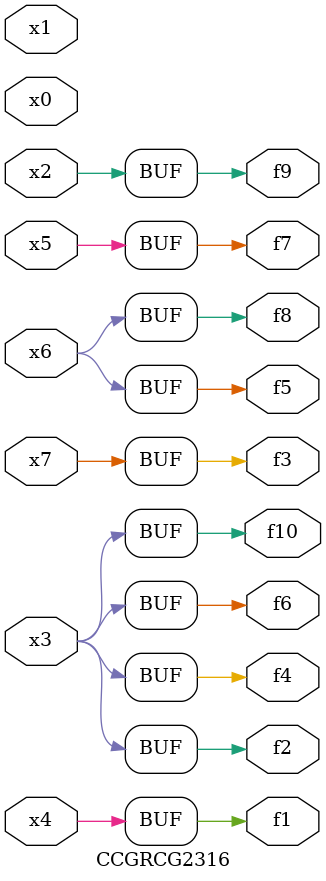
<source format=v>
module CCGRCG2316(
	input x0, x1, x2, x3, x4, x5, x6, x7,
	output f1, f2, f3, f4, f5, f6, f7, f8, f9, f10
);
	assign f1 = x4;
	assign f2 = x3;
	assign f3 = x7;
	assign f4 = x3;
	assign f5 = x6;
	assign f6 = x3;
	assign f7 = x5;
	assign f8 = x6;
	assign f9 = x2;
	assign f10 = x3;
endmodule

</source>
